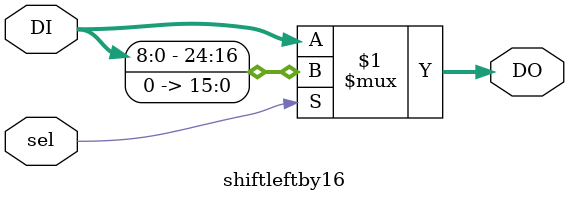
<source format=v>
/*
 ***@Author: NGUYEN TRUNG HIEU
 ***@Date:   Oct 24th, 2018
*/

module shiftleft(DO,DI,sel);
output	[24:0]DO;
input   [24:0]DI;
input   [4:0]sel;

wire	[24:0]s4,s3,s2,s1;

shiftleftby16	stage4(s4,DI,sel[4]);
shiftleftby8	stage3(s3,s4,sel[3]);
shiftleftby4	stage2(s2,s3,sel[2]);
shiftleftby2	stage1(s1,s2,sel[1]);
shiftleftby1	stage0(DO,s1,sel[0]);

endmodule

module shiftleftby1(DO,DI,sel);
output	[24:0]DO;
input   [24:0]DI;
input   sel;

assign DO = sel?{DI[23:0],1'b0}:DI;

endmodule

module shiftleftby2(DO,DI,sel);
output	[24:0]DO;
input   [24:0]DI;
input   sel;

assign DO = sel?{DI[22:0],2'b00}:DI;

endmodule

module shiftleftby4(DO,DI,sel);
output	[24:0]DO;
input   [24:0]DI;
input   sel;

assign DO = sel?{DI[20:0],4'h0}:DI;

endmodule

module shiftleftby8(DO,DI,sel);
output	[24:0]DO;
input   [24:0]DI;
input   sel;

assign DO = sel?{DI[16:0],8'h00}:DI;

endmodule

module shiftleftby16(DO,DI,sel);
output	[24:0]DO;
input   [24:0]DI;
input   sel;

assign DO = sel?{DI[8:0],16'h0000}:DI;

endmodule

</source>
